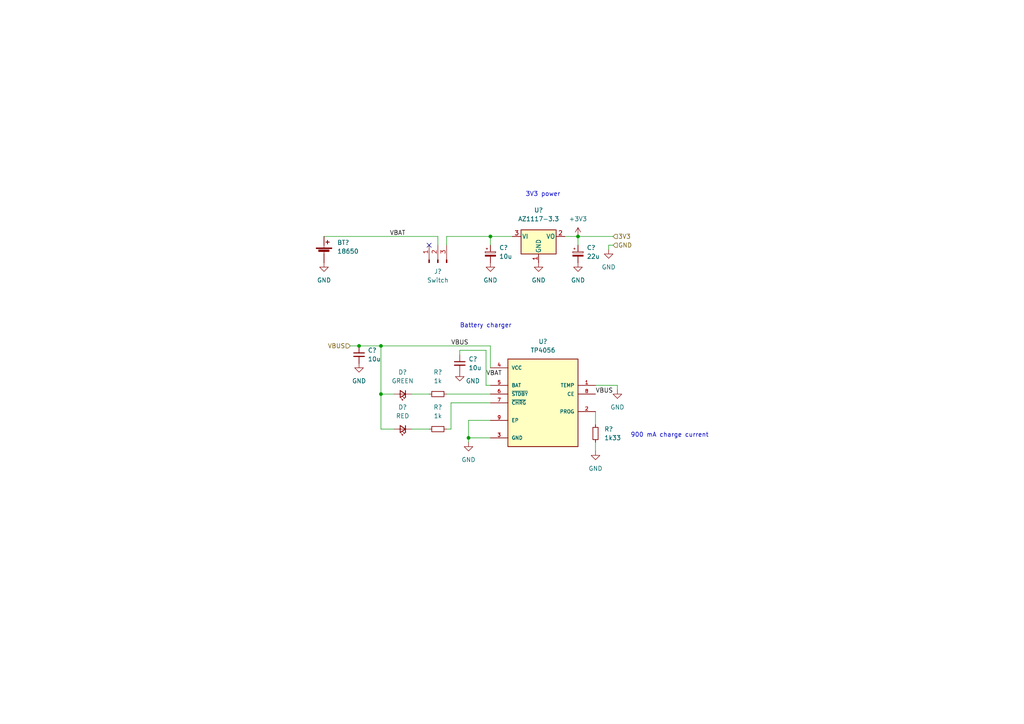
<source format=kicad_sch>
(kicad_sch (version 20211123) (generator eeschema)
  (paper "A4")
  (lib_symbols
    (symbol "Connector:Conn_01x03_Male" (pin_names (offset 1.016) hide)
      (property "Reference" "J" (at 0 5.08 0))
      (property "Value" "Conn_01x03_Male" (at 0 -5.08 0))
      (symbol "Conn_01x03_Male_1_1"
        (polyline (pts (xy 1.27 -2.54) (xy 0.8636 -2.54)) (stroke (width 0.1524)))
        (polyline (pts (xy 1.27 0) (xy 0.8636 0)) (stroke (width 0.1524)))
        (polyline (pts (xy 1.27 2.54) (xy 0.8636 2.54)) (stroke (width 0.1524)))
        (rectangle (start 0.8636 -2.413) (end 0 -2.667) (stroke (width 0.1524)) (fill (type outline)))
        (rectangle (start 0.8636 0.127) (end 0 -0.127) (stroke (width 0.1524)) (fill (type outline)))
        (rectangle (start 0.8636 2.667) (end 0 2.413) (stroke (width 0.1524)) (fill (type outline)))
        (pin passive line (at 5.08 2.54 180) (length 3.81) (name "Pin_1") (number "1"))
        (pin passive line (at 5.08 0 180) (length 3.81) (name "Pin_2") (number "2"))
        (pin passive line (at 5.08 -2.54 180) (length 3.81) (name "Pin_3") (number "3"))
      )
    )
    (symbol "Device:Battery_Cell" (pin_numbers hide) (pin_names (offset 0) hide)
      (property "Reference" "BT" (at 2.54 2.54 0))
      (property "Value" "Battery_Cell" (at 2.54 0 0))
      (symbol "Battery_Cell_0_1"
        (rectangle (start -2.286 1.778) (end 2.286 1.524) (fill (type outline)))
        (rectangle (start -1.5748 1.1938) (end 1.4732 0.6858) (fill (type outline)))
        (polyline (pts (xy 0 0.762) (xy 0 0)))
        (polyline (pts (xy 0 1.778) (xy 0 2.54)))
        (polyline (pts (xy 0.508 3.429) (xy 1.524 3.429)) (stroke (width 0.254)))
        (polyline (pts (xy 1.016 3.937) (xy 1.016 2.921)) (stroke (width 0.254)))
      )
      (symbol "Battery_Cell_1_1"
        (pin passive line (at 0 5.08 270) (length 2.54) (name "+") (number "1"))
        (pin passive line (at 0 -2.54 90) (length 2.54) (name "-") (number "2"))
      )
    )
    (symbol "Device:C_Polarized_Small" (pin_numbers hide) (pin_names (offset 0.254) hide)
      (property "Reference" "C" (at 0.254 1.778 0))
      (property "Value" "C_Polarized_Small" (at 0.254 -2.032 0))
      (symbol "C_Polarized_Small_0_1"
        (rectangle (start -1.524 -0.3048) (end 1.524 -0.6858) (fill (type outline)))
        (rectangle (start -1.524 0.6858) (end 1.524 0.3048))
        (polyline (pts (xy -1.27 1.524) (xy -0.762 1.524)))
        (polyline (pts (xy -1.016 1.27) (xy -1.016 1.778)))
      )
      (symbol "C_Polarized_Small_1_1"
        (pin passive line (at 0 2.54 270) (length 1.8542) (name "~") (number "1"))
        (pin passive line (at 0 -2.54 90) (length 1.8542) (name "~") (number "2"))
      )
    )
    (symbol "Device:C_Small" (pin_numbers hide) (pin_names (offset 0.254) hide)
      (property "Reference" "C" (at 0.254 1.778 0))
      (property "Value" "C_Small" (at 0.254 -2.032 0))
      (symbol "C_Small_0_1"
        (polyline (pts (xy -1.524 -0.508) (xy 1.524 -0.508)) (stroke (width 0.3302)))
        (polyline (pts (xy -1.524 0.508) (xy 1.524 0.508)) (stroke (width 0.3048)))
      )
      (symbol "C_Small_1_1"
        (pin passive line (at 0 2.54 270) (length 2.032) (name "~") (number "1"))
        (pin passive line (at 0 -2.54 90) (length 2.032) (name "~") (number "2"))
      )
    )
    (symbol "Device:LED_Small" (pin_numbers hide) (pin_names (offset 0.254) hide)
      (property "Reference" "D" (at -1.27 3.175 0))
      (property "Value" "LED_Small" (at -4.445 -2.54 0))
      (symbol "LED_Small_0_1"
        (polyline (pts (xy -0.762 -1.016) (xy -0.762 1.016)) (stroke (width 0.254)))
        (polyline (pts (xy 1.016 0) (xy -0.762 0)))
        (polyline (pts (xy 0.762 -1.016) (xy -0.762 0) (xy 0.762 1.016) (xy 0.762 -1.016)) (stroke (width 0.254)))
        (polyline (pts (xy 0 0.762) (xy -0.508 1.27) (xy -0.254 1.27) (xy -0.508 1.27) (xy -0.508 1.016)))
        (polyline (pts (xy 0.508 1.27) (xy 0 1.778) (xy 0.254 1.778) (xy 0 1.778) (xy 0 1.524)))
      )
      (symbol "LED_Small_1_1"
        (pin passive line (at -2.54 0 0) (length 1.778) (name "K") (number "1"))
        (pin passive line (at 2.54 0 180) (length 1.778) (name "A") (number "2"))
      )
    )
    (symbol "Device:R_Small" (pin_numbers hide) (pin_names (offset 0.254) hide)
      (property "Reference" "R" (at 0.762 0.508 0))
      (property "Value" "R_Small" (at 0.762 -1.016 0))
      (symbol "R_Small_0_1"
        (rectangle (start -0.762 1.778) (end 0.762 -1.778) (stroke (width 0.2032)))
      )
      (symbol "R_Small_1_1"
        (pin passive line (at 0 2.54 270) (length 0.762) (name "~") (number "1"))
        (pin passive line (at 0 -2.54 90) (length 0.762) (name "~") (number "2"))
      )
    )
    (symbol "Regulator_Linear:AZ1117-3.3" (pin_names (offset 0.254))
      (property "Reference" "U" (at -3.81 3.175 0))
      (property "Value" "AZ1117-3.3" (at 0 3.175 0))
      (symbol "AZ1117-3.3_0_1"
        (rectangle (start -5.08 1.905) (end 5.08 -5.08) (stroke (width 0.254)) (fill (type background)))
      )
      (symbol "AZ1117-3.3_1_1"
        (pin power_in line (at 0 -7.62 90) (length 2.54) (name "GND") (number "1"))
        (pin power_out line (at 7.62 0 180) (length 2.54) (name "VO") (number "2"))
        (pin power_in line (at -7.62 0 0) (length 2.54) (name "VI") (number "3"))
      )
    )
    (symbol "TP4056:TP4056" (pin_names (offset 1.016))
      (property "Reference" "U" (at -10.16 13.208 0))
      (property "Value" "TP4056" (at -10.16 -15.24 0))
      (symbol "TP4056_0_0"
        (rectangle (start -10.16 -12.7) (end 10.16 12.7) (stroke (width 0.254)) (fill (type background)))
        (pin input line (at -15.24 5.08 0) (length 5.08) (name "TEMP") (number "1"))
        (pin bidirectional line (at -15.24 -2.54 0) (length 5.08) (name "PROG") (number "2"))
        (pin power_in line (at 15.24 -10.16 180) (length 5.08) (name "GND") (number "3"))
        (pin power_in line (at 15.24 10.16 180) (length 5.08) (name "VCC") (number "4"))
        (pin output line (at 15.24 5.08 180) (length 5.08) (name "BAT") (number "5"))
        (pin output line (at 15.24 2.54 180) (length 5.08) (name "~{STDBY}") (number "6"))
        (pin output line (at 15.24 0 180) (length 5.08) (name "~{CHRG}") (number "7"))
        (pin input line (at -15.24 2.54 0) (length 5.08) (name "CE") (number "8"))
        (pin passive line (at 15.24 -5.08 180) (length 5.08) (name "EP") (number "9"))
      )
    )
    (symbol "power:+3V3" (power) (pin_names (offset 0))
      (property "Value" "+3V3" (at 0 3.556 0))
      (symbol "+3V3_0_1"
        (polyline (pts (xy -0.762 1.27) (xy 0 2.54)))
        (polyline (pts (xy 0 0) (xy 0 2.54)))
        (polyline (pts (xy 0 2.54) (xy 0.762 1.27)))
      )
      (symbol "+3V3_1_1"
        (pin power_in line (at 0 0 90) (length 0) hide (name "+3V3") (number "1"))
      )
    )
    (symbol "power:GND" (power) (pin_names (offset 0))
      (property "Value" "GND" (at 0 -3.81 0))
      (symbol "GND_0_1"
        (polyline (pts (xy 0 0) (xy 0 -1.27) (xy 1.27 -1.27) (xy 0 -2.54) (xy -1.27 -1.27) (xy 0 -1.27)))
      )
      (symbol "GND_1_1"
        (pin power_in line (at 0 0 270) (length 0) hide (name "GND") (number "1"))
      )
    )
  )
  (junction (at 110.49 100.33))
  (junction (at 167.64 68.58))
  (junction (at 110.49 114.3))
  (junction (at 142.24 68.58))
  (junction (at 104.14 100.33))
  (junction (at 135.89 127))
  (no_connect (at 124.46 71.12))
  (wire (pts (xy 101.6 100.33) (xy 104.14 100.33)))
  (wire (pts (xy 129.54 114.3) (xy 142.24 114.3)))
  (wire (pts (xy 172.72 111.76) (xy 179.07 111.76)))
  (wire (pts (xy 130.81 124.46) (xy 130.81 116.84)))
  (wire (pts (xy 133.35 101.6) (xy 133.35 102.87)))
  (wire (pts (xy 140.97 111.76) (xy 140.97 101.6)))
  (wire (pts (xy 176.53 71.12) (xy 177.8 71.12)))
  (wire (pts (xy 110.49 100.33) (xy 142.24 100.33)))
  (wire (pts (xy 142.24 106.68) (xy 142.24 100.33)))
  (wire (pts (xy 110.49 114.3) (xy 110.49 124.46)))
  (wire (pts (xy 114.3 124.46) (xy 110.49 124.46)))
  (wire (pts (xy 176.53 72.39) (xy 176.53 71.12)))
  (wire (pts (xy 93.98 68.58) (xy 127 68.58)))
  (wire (pts (xy 129.54 68.58) (xy 142.24 68.58)))
  (wire (pts (xy 140.97 101.6) (xy 133.35 101.6)))
  (wire (pts (xy 163.83 68.58) (xy 167.64 68.58)))
  (wire (pts (xy 167.64 71.12) (xy 167.64 68.58)))
  (wire (pts (xy 179.07 113.03) (xy 179.07 111.76)))
  (wire (pts (xy 142.24 68.58) (xy 148.59 68.58)))
  (wire (pts (xy 104.14 100.33) (xy 110.49 100.33)))
  (wire (pts (xy 130.81 116.84) (xy 142.24 116.84)))
  (wire (pts (xy 110.49 100.33) (xy 110.49 114.3)))
  (wire (pts (xy 135.89 121.92) (xy 135.89 127)))
  (wire (pts (xy 129.54 71.12) (xy 129.54 68.58)))
  (wire (pts (xy 142.24 111.76) (xy 140.97 111.76)))
  (wire (pts (xy 142.24 68.58) (xy 142.24 71.12)))
  (wire (pts (xy 142.24 127) (xy 135.89 127)))
  (wire (pts (xy 110.49 114.3) (xy 114.3 114.3)))
  (wire (pts (xy 129.54 124.46) (xy 130.81 124.46)))
  (wire (pts (xy 119.38 124.46) (xy 124.46 124.46)))
  (wire (pts (xy 135.89 127) (xy 135.89 128.27)))
  (wire (pts (xy 127 68.58) (xy 127 71.12)))
  (wire (pts (xy 172.72 119.38) (xy 172.72 123.19)))
  (wire (pts (xy 142.24 121.92) (xy 135.89 121.92)))
  (wire (pts (xy 172.72 128.27) (xy 172.72 130.81)))
  (wire (pts (xy 167.64 68.58) (xy 177.8 68.58)))
  (wire (pts (xy 119.38 114.3) (xy 124.46 114.3)))
  (text "Battery charger" (at 133.35 95.25 0) (effects (font (size 1.27 1.27)) (justify left bottom)))
  (text "3V3 power" (at 152.4 57.15 0) (effects (font (size 1.27 1.27)) (justify left bottom)))
  (text "900 mA charge current" (at 182.88 127 0) (effects (font (size 1.27 1.27)) (justify left bottom)))
  (label "VBUS" (at 130.81 100.33 0))
  (label "VBAT" (at 140.97 109.22 0))
  (label "VBUS" (at 172.72 114.3 0))
  (label "VBAT" (at 113.03 68.58 0))
  (hierarchical_label "3V3" (shape input) (at 177.8 68.58 0))
  (hierarchical_label "GND" (shape input) (at 177.8 71.12 0))
  (hierarchical_label "VBUS" (shape input) (at 101.6 100.33 180))
  (symbol (lib_id "Device:C_Polarized_Small") (at 167.64 73.66 0) (unit 1)
    (property "Reference" "C?" (at 170.18 71.8438 0) (effects (justify left)))
    (property "Value" "22u" (at 170.18 74.3838 0) (effects (justify left)))
    (property "Footprint" "Capacitor_Tantalum_SMD:CP_EIA-3528-21_Kemet-B_Pad1.50x2.35mm_HandSolder" (effects hide))
  )
  (symbol (lib_id "Device:Battery_Cell") (at 93.98 73.66 0) (unit 1)
    (property "Reference" "BT?" (at 97.79 70.3579 0) (effects (justify left)))
    (property "Value" "18650" (at 97.79 72.8979 0) (effects (justify left)))
    (property "Footprint" "Connector_PinHeader_2.54mm:PinHeader_1x02_P2.54mm_Vertical" (effects hide))
  )
  (symbol (lib_id "TP4056:TP4056") (at 157.48 116.84 0) (mirror y) (unit 1)
    (property "Reference" "U?" (at 157.48 99.06 0))
    (property "Value" "TP4056" (at 157.48 101.6 0))
    (property "Footprint" "footprint:SOP127P600X175-9N" (effects hide))
    (property "STANDARD" "IPC 7351B" (effects hide))
    (property "MAXIMUM_PACKAGE_HEIGHT" "1.75mm" (effects hide))
    (property "MANUFACTURER" "NanJing Top Power ASIC Corp." (effects hide))
  )
  (symbol (lib_id "Device:R_Small") (at 172.72 125.73 180) (unit 1)
    (property "Reference" "R?" (at 175.26 124.4599 0) (effects (justify right)))
    (property "Value" "1k33" (at 175.26 126.9999 0) (effects (justify right)))
    (property "Footprint" "Resistor_SMD:R_0603_1608Metric_Pad0.98x0.95mm_HandSolder" (effects hide))
  )
  (symbol (lib_id "power:GND") (at 156.21 76.2 0) (unit 1)
    (property "Reference" "#PWR?" (effects hide))
    (property "Value" "GND" (at 156.21 81.28 0))
  )
  (symbol (lib_id "power:GND") (at 142.24 76.2 0) (unit 1)
    (property "Reference" "#PWR?" (effects hide))
    (property "Value" "GND" (at 142.24 81.28 0))
  )
  (symbol (lib_id "power:+3V3") (at 167.64 68.58 0) (unit 1)
    (property "Reference" "#PWR?" (effects hide))
    (property "Value" "+3V3" (at 167.64 63.5 0))
  )
  (symbol (lib_id "Regulator_Linear:AZ1117-3.3") (at 156.21 68.58 0) (unit 1)
    (property "Reference" "U?" (at 156.21 60.96 0))
    (property "Value" "AZ1117-3.3" (at 156.21 63.5 0))
    (property "Footprint" "Package_TO_SOT_SMD:SOT-223-3_TabPin2" (effects hide))
    (property "Datasheet" "https://www.diodes.com/assets/Datasheets/AZ1117.pdf" (effects hide))
  )
  (symbol (lib_id "power:GND") (at 93.98 76.2 0) (unit 1)
    (property "Reference" "#PWR?" (effects hide))
    (property "Value" "GND" (at 93.98 81.28 0))
  )
  (symbol (lib_id "power:GND") (at 172.72 130.81 0) (unit 1)
    (property "Reference" "#PWR?" (effects hide))
    (property "Value" "GND" (at 172.72 135.89 0))
  )
  (symbol (lib_id "Device:C_Small") (at 133.35 105.41 0) (unit 1)
    (property "Reference" "C?" (at 135.89 104.1462 0) (effects (justify left)))
    (property "Value" "10u" (at 135.89 106.6862 0) (effects (justify left)))
    (property "Footprint" "Capacitor_SMD:C_0805_2012Metric_Pad1.18x1.45mm_HandSolder" (effects hide))
  )
  (symbol (lib_id "Device:C_Polarized_Small") (at 142.24 73.66 0) (unit 1)
    (property "Reference" "C?" (at 144.78 71.8438 0) (effects (justify left)))
    (property "Value" "10u" (at 144.78 74.3838 0) (effects (justify left)))
    (property "Footprint" "Capacitor_Tantalum_SMD:CP_EIA-3528-21_Kemet-B_Pad1.50x2.35mm_HandSolder" (effects hide))
  )
  (symbol (lib_id "Device:R_Small") (at 127 114.3 90) (unit 1)
    (property "Reference" "R?" (at 127 107.95 90))
    (property "Value" "1k" (at 127 110.49 90))
    (property "Footprint" "Resistor_SMD:R_0603_1608Metric_Pad0.98x0.95mm_HandSolder" (effects hide))
  )
  (symbol (lib_id "power:GND") (at 104.14 105.41 0) (unit 1)
    (property "Reference" "#PWR?" (effects hide))
    (property "Value" "GND" (at 104.14 110.49 0))
  )
  (symbol (lib_id "Device:LED_Small") (at 116.84 124.46 180) (unit 1)
    (property "Reference" "D?" (at 116.7765 118.11 0))
    (property "Value" "RED" (at 116.7765 120.65 0))
    (property "Footprint" "LED_SMD:LED_0603_1608Metric_Pad1.05x0.95mm_HandSolder" (effects hide))
  )
  (symbol (lib_id "power:GND") (at 167.64 76.2 0) (unit 1)
    (property "Reference" "#PWR?" (effects hide))
    (property "Value" "GND" (at 167.64 81.28 0))
  )
  (symbol (lib_id "Device:LED_Small") (at 116.84 114.3 180) (unit 1)
    (property "Reference" "D?" (at 116.7765 107.95 0))
    (property "Value" "GREEN" (at 116.7765 110.49 0))
    (property "Footprint" "LED_SMD:LED_0603_1608Metric_Pad1.05x0.95mm_HandSolder" (effects hide))
  )
  (symbol (lib_id "power:GND") (at 176.53 72.39 0) (unit 1)
    (property "Reference" "#PWR?" (effects hide))
    (property "Value" "GND" (at 176.53 77.47 0))
  )
  (symbol (lib_id "Device:R_Small") (at 127 124.46 90) (unit 1)
    (property "Reference" "R?" (at 127 118.11 90))
    (property "Value" "1k" (at 127 120.65 90))
    (property "Footprint" "Resistor_SMD:R_0603_1608Metric_Pad0.98x0.95mm_HandSolder" (effects hide))
  )
  (symbol (lib_id "power:GND") (at 135.89 128.27 0) (unit 1)
    (property "Reference" "#PWR?" (effects hide))
    (property "Value" "GND" (at 135.89 133.35 0))
  )
  (symbol (lib_id "Connector:Conn_01x03_Male") (at 127 76.2 90) (unit 1)
    (property "Reference" "J?" (at 127 78.74 90))
    (property "Value" "Switch" (at 127 81.28 90))
    (property "Footprint" "Connector_PinHeader_2.54mm:PinHeader_1x03_P2.54mm_Vertical" (effects hide))
  )
  (symbol (lib_id "power:GND") (at 133.35 107.95 0) (unit 1)
    (property "Reference" "#PWR?" (effects hide))
    (property "Value" "GND" (at 137.16 110.49 0))
  )
  (symbol (lib_id "Device:C_Small") (at 104.14 102.87 0) (unit 1)
    (property "Reference" "C?" (at 106.68 101.6062 0) (effects (justify left)))
    (property "Value" "10u" (at 106.68 104.1462 0) (effects (justify left)))
    (property "Footprint" "Capacitor_SMD:C_0805_2012Metric_Pad1.18x1.45mm_HandSolder" (effects hide))
  )
  (symbol (lib_id "power:GND") (at 179.07 113.03 0) (unit 1)
    (property "Reference" "#PWR?" (effects hide))
    (property "Value" "GND" (at 179.07 118.11 0))
  )
)
</source>
